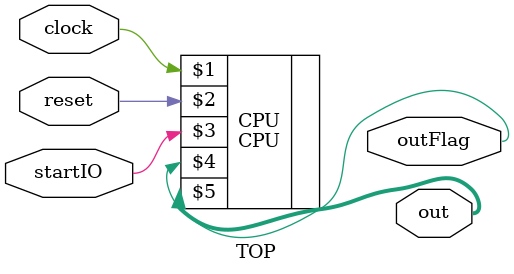
<source format=sv>
module TOP #(parameter WIDTH = 24, parameter REGNUM = 16, 
				parameter ADDRESSWIDTH = 4, parameter OPCODEWIDTH = 4,
				parameter INSTRUCTIONWIDTH = 24)
	(input logic clock, reset, startIO, 
	output logic outFlag,
	output logic [WIDTH-1:0] out);
		
	
	logic writeDataEnableMD,
	resultSelectorWBD,
	data2SelectorED,
	takeBranchE,
	outFlagIOD;
	logic [2:0] aluControlED;
	logic NE2, ZE2, VE2, CE2;
	logic [OPCODEWIDTH-1:0] opcodeD, opcodeE;
	logic [1:0] data1ForwardSelectorE, data2ForwardSelectorE;
	logic stallF, stallD, flushE, flushD;
	logic [WIDTH-1:0] NewPCF, PCF, PCPlus1F;
	logic [WIDTH-1:0] MemoryDataAddress, MemoryDataToWrite,
							MemoryDataOutputM, MemoryDataOutputWB;
	logic [INSTRUCTIONWIDTH-1:0] InstructionF, InstructionD;
	logic writeEnableDE,
			writeDataEnableME,
			resultSelectorWBE,
			data2SelectorEE;
	logic [2:0] aluControlEE;
	logic [ADDRESSWIDTH-1:0] writeAddressD, 
							regDestinationAddressD, regDestinationAddressE,
							reg1AddressD, reg2AddressD, reg1AddressE, reg2AddressE;
	logic [WIDTH-1:0] reg2FinalE;
	logic [WIDTH-1:0] inmmediateD, inmmediateE, dataToSaveD;
	logic [WIDTH-1:0] reg1ContentD, reg2ContentD, reg1ContentE, reg2ContentE;
	logic writeEnableDM,
			writeDataEnableMM,
			resultSelectorWBM,
			outFlagIOM;
	logic NE1, ZE1, VE1, CE1;
	logic [WIDTH-1:0] aluOutputE, aluOutputM;
	logic [WIDTH-1:0] reg2ContentM, forwardM, forwardWB;
	logic [ADDRESSWIDTH-1:0] regDestinationAddressM;
	logic writeEnableDWB,
			resultSelectorWBWB,
			data2SelectorEWB;
	logic [2:0] aluControlEWB;
	logic [WIDTH-1:0] aluOutputWB;
	logic [ADDRESSWIDTH-1:0] regDestinationAddressWB;
	logic [WIDTH-1:0] outputWB;
	
	CPU #(WIDTH, REGNUM, ADDRESSWIDTH, OPCODEWIDTH, INSTRUCTIONWIDTH) CPU
	(clock, reset, startIO,
	outFlag,
	out //,
	);
	/*
	writeEnableDD,
	writeDataEnableMD,
	resultSelectorWBD,
	data2SelectorED,
	takeBranchE,
	outFlagIOD,
	aluControlED,
	NE2, ZE2, VE2, CE2,
	opcodeD, opcodeE,
	data1ForwardSelectorE, data2ForwardSelectorE,
	stallF, stallD, flushE, flushD,
	NewPCF, PCF, PCPlus1F,
	MemoryDataAddress, MemoryDataToWrite,
							MemoryDataOutputM, MemoryDataOutputWB,
	InstructionF, InstructionD,
	writeEnableDE,
			writeDataEnableME,
			resultSelectorWBE,
			data2SelectorEE,
	aluControlEE,
	writeAddressD, 
							regDestinationAddressD, regDestinationAddressE,
							reg1AddressD, reg2AddressD, reg1AddressE, reg2AddressE,
							reg2FinalE,
							inmmediateD, inmmediateE, dataToSaveD,
	reg1ContentD, reg2ContentD, reg1ContentE, reg2ContentE,
	writeEnableDM,
			writeDataEnableMM,
			resultSelectorWBM,
			outFlagIOM,
	NE1, ZE1, VE1, CE1,
	aluOutputE, aluOutputM,
	reg2ContentM, forwardM, forwardWB,
	regDestinationAddressM,
	writeEnableDWB,
			resultSelectorWBWB,
			data2SelectorEWB,
	aluControlEWB,
	aluOutputWB,
	regDestinationAddressWB,
	outputWB);
	*/

endmodule 
</source>
